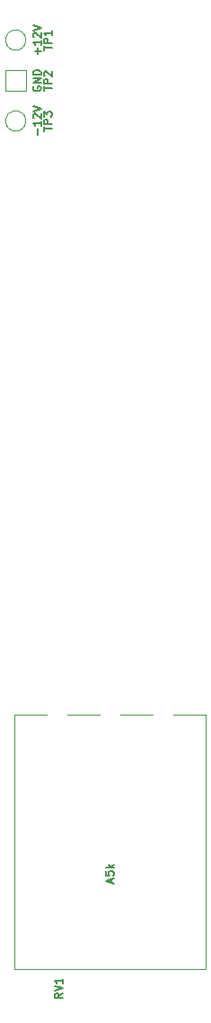
<source format=gto>
G04 #@! TF.GenerationSoftware,KiCad,Pcbnew,6.0.7-f9a2dced07~116~ubuntu22.04.1*
G04 #@! TF.CreationDate,2022-09-02T22:22:42-04:00*
G04 #@! TF.ProjectId,mikrokosmos-ii,6d696b72-6f6b-46f7-936d-6f732d69692e,rev?*
G04 #@! TF.SameCoordinates,Original*
G04 #@! TF.FileFunction,Legend,Top*
G04 #@! TF.FilePolarity,Positive*
%FSLAX46Y46*%
G04 Gerber Fmt 4.6, Leading zero omitted, Abs format (unit mm)*
G04 Created by KiCad (PCBNEW 6.0.7-f9a2dced07~116~ubuntu22.04.1) date 2022-09-02 22:22:42*
%MOMM*%
%LPD*%
G01*
G04 APERTURE LIST*
%ADD10C,0.150000*%
%ADD11C,0.120000*%
G04 APERTURE END LIST*
D10*
G04 #@! TO.C,RV1*
X95513285Y-126274428D02*
X95156142Y-126524428D01*
X95513285Y-126703000D02*
X94763285Y-126703000D01*
X94763285Y-126417285D01*
X94799000Y-126345857D01*
X94834714Y-126310142D01*
X94906142Y-126274428D01*
X95013285Y-126274428D01*
X95084714Y-126310142D01*
X95120428Y-126345857D01*
X95156142Y-126417285D01*
X95156142Y-126703000D01*
X94763285Y-126060142D02*
X95513285Y-125810142D01*
X94763285Y-125560142D01*
X95513285Y-124917285D02*
X95513285Y-125345857D01*
X95513285Y-125131571D02*
X94763285Y-125131571D01*
X94870428Y-125203000D01*
X94941857Y-125274428D01*
X94977571Y-125345857D01*
X100125000Y-115839285D02*
X100125000Y-115482142D01*
X100339285Y-115910714D02*
X99589285Y-115660714D01*
X100339285Y-115410714D01*
X99589285Y-114803571D02*
X99589285Y-115160714D01*
X99946428Y-115196428D01*
X99910714Y-115160714D01*
X99875000Y-115089285D01*
X99875000Y-114910714D01*
X99910714Y-114839285D01*
X99946428Y-114803571D01*
X100017857Y-114767857D01*
X100196428Y-114767857D01*
X100267857Y-114803571D01*
X100303571Y-114839285D01*
X100339285Y-114910714D01*
X100339285Y-115089285D01*
X100303571Y-115160714D01*
X100267857Y-115196428D01*
X100339285Y-114446428D02*
X99589285Y-114446428D01*
X100053571Y-114375000D02*
X100339285Y-114160714D01*
X99839285Y-114160714D02*
X100125000Y-114446428D01*
G04 #@! TO.C,TP2*
X93747285Y-41256428D02*
X93747285Y-40827857D01*
X94497285Y-41042142D02*
X93747285Y-41042142D01*
X94497285Y-40577857D02*
X93747285Y-40577857D01*
X93747285Y-40292142D01*
X93783000Y-40220714D01*
X93818714Y-40185000D01*
X93890142Y-40149285D01*
X93997285Y-40149285D01*
X94068714Y-40185000D01*
X94104428Y-40220714D01*
X94140142Y-40292142D01*
X94140142Y-40577857D01*
X93818714Y-39863571D02*
X93783000Y-39827857D01*
X93747285Y-39756428D01*
X93747285Y-39577857D01*
X93783000Y-39506428D01*
X93818714Y-39470714D01*
X93890142Y-39435000D01*
X93961571Y-39435000D01*
X94068714Y-39470714D01*
X94497285Y-39899285D01*
X94497285Y-39435000D01*
X92767000Y-40881428D02*
X92731285Y-40952857D01*
X92731285Y-41060000D01*
X92767000Y-41167142D01*
X92838428Y-41238571D01*
X92909857Y-41274285D01*
X93052714Y-41310000D01*
X93159857Y-41310000D01*
X93302714Y-41274285D01*
X93374142Y-41238571D01*
X93445571Y-41167142D01*
X93481285Y-41060000D01*
X93481285Y-40988571D01*
X93445571Y-40881428D01*
X93409857Y-40845714D01*
X93159857Y-40845714D01*
X93159857Y-40988571D01*
X93481285Y-40524285D02*
X92731285Y-40524285D01*
X93481285Y-40095714D01*
X92731285Y-40095714D01*
X93481285Y-39738571D02*
X92731285Y-39738571D01*
X92731285Y-39560000D01*
X92767000Y-39452857D01*
X92838428Y-39381428D01*
X92909857Y-39345714D01*
X93052714Y-39310000D01*
X93159857Y-39310000D01*
X93302714Y-39345714D01*
X93374142Y-39381428D01*
X93445571Y-39452857D01*
X93481285Y-39560000D01*
X93481285Y-39738571D01*
G04 #@! TO.C,TP3*
X93747285Y-45066428D02*
X93747285Y-44637857D01*
X94497285Y-44852142D02*
X93747285Y-44852142D01*
X94497285Y-44387857D02*
X93747285Y-44387857D01*
X93747285Y-44102142D01*
X93783000Y-44030714D01*
X93818714Y-43995000D01*
X93890142Y-43959285D01*
X93997285Y-43959285D01*
X94068714Y-43995000D01*
X94104428Y-44030714D01*
X94140142Y-44102142D01*
X94140142Y-44387857D01*
X93747285Y-43709285D02*
X93747285Y-43245000D01*
X94033000Y-43495000D01*
X94033000Y-43387857D01*
X94068714Y-43316428D01*
X94104428Y-43280714D01*
X94175857Y-43245000D01*
X94354428Y-43245000D01*
X94425857Y-43280714D01*
X94461571Y-43316428D01*
X94497285Y-43387857D01*
X94497285Y-43602142D01*
X94461571Y-43673571D01*
X94425857Y-43709285D01*
X93195571Y-45441428D02*
X93195571Y-44870000D01*
X93481285Y-44120000D02*
X93481285Y-44548571D01*
X93481285Y-44334285D02*
X92731285Y-44334285D01*
X92838428Y-44405714D01*
X92909857Y-44477142D01*
X92945571Y-44548571D01*
X92802714Y-43834285D02*
X92767000Y-43798571D01*
X92731285Y-43727142D01*
X92731285Y-43548571D01*
X92767000Y-43477142D01*
X92802714Y-43441428D01*
X92874142Y-43405714D01*
X92945571Y-43405714D01*
X93052714Y-43441428D01*
X93481285Y-43870000D01*
X93481285Y-43405714D01*
X92731285Y-43191428D02*
X93481285Y-42941428D01*
X92731285Y-42691428D01*
G04 #@! TO.C,TP1*
X93747285Y-37446428D02*
X93747285Y-37017857D01*
X94497285Y-37232142D02*
X93747285Y-37232142D01*
X94497285Y-36767857D02*
X93747285Y-36767857D01*
X93747285Y-36482142D01*
X93783000Y-36410714D01*
X93818714Y-36375000D01*
X93890142Y-36339285D01*
X93997285Y-36339285D01*
X94068714Y-36375000D01*
X94104428Y-36410714D01*
X94140142Y-36482142D01*
X94140142Y-36767857D01*
X94497285Y-35625000D02*
X94497285Y-36053571D01*
X94497285Y-35839285D02*
X93747285Y-35839285D01*
X93854428Y-35910714D01*
X93925857Y-35982142D01*
X93961571Y-36053571D01*
X93195571Y-37821428D02*
X93195571Y-37250000D01*
X93481285Y-37535714D02*
X92909857Y-37535714D01*
X93481285Y-36500000D02*
X93481285Y-36928571D01*
X93481285Y-36714285D02*
X92731285Y-36714285D01*
X92838428Y-36785714D01*
X92909857Y-36857142D01*
X92945571Y-36928571D01*
X92802714Y-36214285D02*
X92767000Y-36178571D01*
X92731285Y-36107142D01*
X92731285Y-35928571D01*
X92767000Y-35857142D01*
X92802714Y-35821428D01*
X92874142Y-35785714D01*
X92945571Y-35785714D01*
X93052714Y-35821428D01*
X93481285Y-36250000D01*
X93481285Y-35785714D01*
X92731285Y-35571428D02*
X93481285Y-35321428D01*
X92731285Y-35071428D01*
D11*
G04 #@! TO.C,RV1*
X109000000Y-124000000D02*
X91000000Y-124000000D01*
X96000000Y-100000000D02*
X99000000Y-100000000D01*
X106000000Y-100000000D02*
X109000000Y-100000000D01*
X109000000Y-100000000D02*
X109000000Y-124000000D01*
X91000000Y-124000000D02*
X91000000Y-100000000D01*
X101000000Y-100000000D02*
X104000000Y-100000000D01*
X91000000Y-100000000D02*
X94000000Y-100000000D01*
G04 #@! TO.C,TP2*
X92060000Y-39360000D02*
X92060000Y-41260000D01*
X90160000Y-41260000D02*
X90160000Y-39360000D01*
X92060000Y-41260000D02*
X90160000Y-41260000D01*
X90160000Y-39360000D02*
X92060000Y-39360000D01*
G04 #@! TO.C,TP3*
X92060000Y-44120000D02*
G75*
G03*
X92060000Y-44120000I-950000J0D01*
G01*
G04 #@! TO.C,TP1*
X92060000Y-36500000D02*
G75*
G03*
X92060000Y-36500000I-950000J0D01*
G01*
G04 #@! TD*
M02*

</source>
